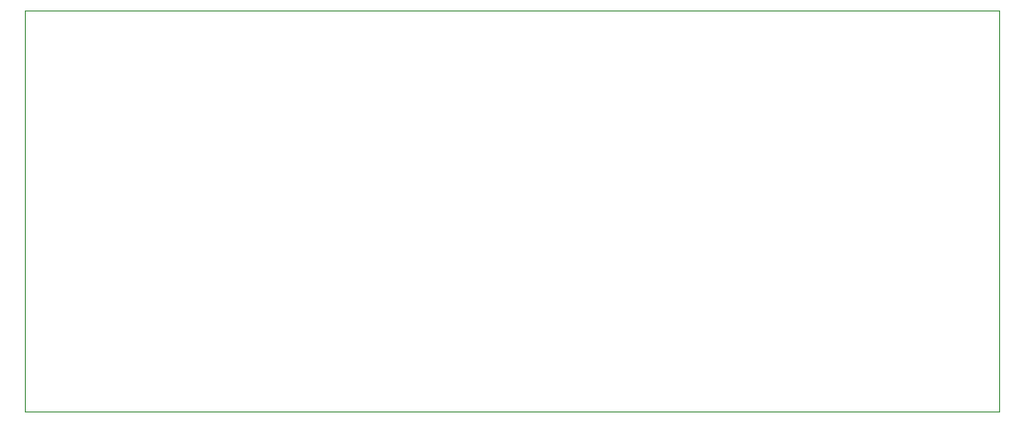
<source format=gbr>
%TF.GenerationSoftware,KiCad,Pcbnew,7.0.2*%
%TF.CreationDate,2023-07-12T23:48:00-04:00*%
%TF.ProjectId,Anti-Spark Switch,416e7469-2d53-4706-9172-6b2053776974,rev?*%
%TF.SameCoordinates,Original*%
%TF.FileFunction,Profile,NP*%
%FSLAX46Y46*%
G04 Gerber Fmt 4.6, Leading zero omitted, Abs format (unit mm)*
G04 Created by KiCad (PCBNEW 7.0.2) date 2023-07-12 23:48:00*
%MOMM*%
%LPD*%
G01*
G04 APERTURE LIST*
%TA.AperFunction,Profile*%
%ADD10C,0.100000*%
%TD*%
G04 APERTURE END LIST*
D10*
X107950000Y-86995000D02*
X194310000Y-86995000D01*
X194310000Y-122555000D01*
X107950000Y-122555000D01*
X107950000Y-86995000D01*
M02*

</source>
